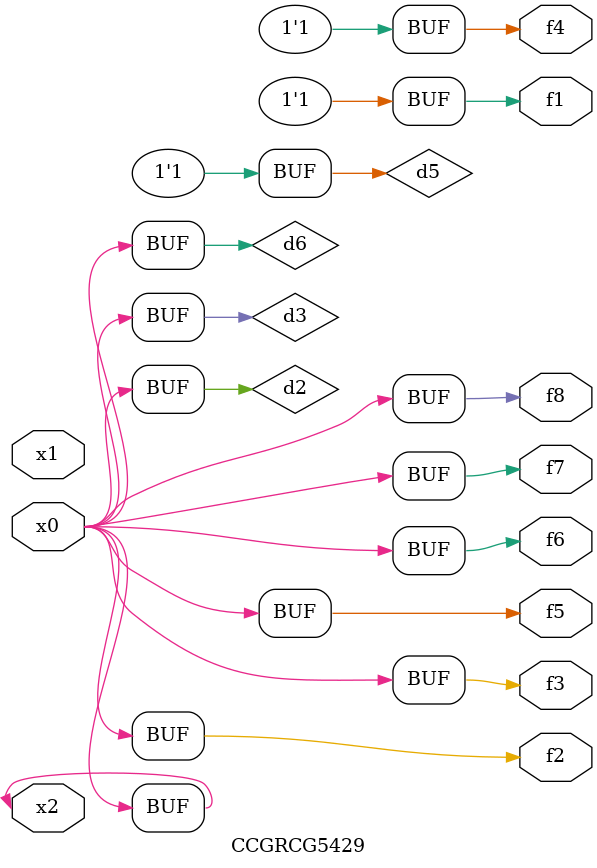
<source format=v>
module CCGRCG5429(
	input x0, x1, x2,
	output f1, f2, f3, f4, f5, f6, f7, f8
);

	wire d1, d2, d3, d4, d5, d6;

	xnor (d1, x2);
	buf (d2, x0, x2);
	and (d3, x0);
	xnor (d4, x1, x2);
	nand (d5, d1, d3);
	buf (d6, d2, d3);
	assign f1 = d5;
	assign f2 = d6;
	assign f3 = d6;
	assign f4 = d5;
	assign f5 = d6;
	assign f6 = d6;
	assign f7 = d6;
	assign f8 = d6;
endmodule

</source>
